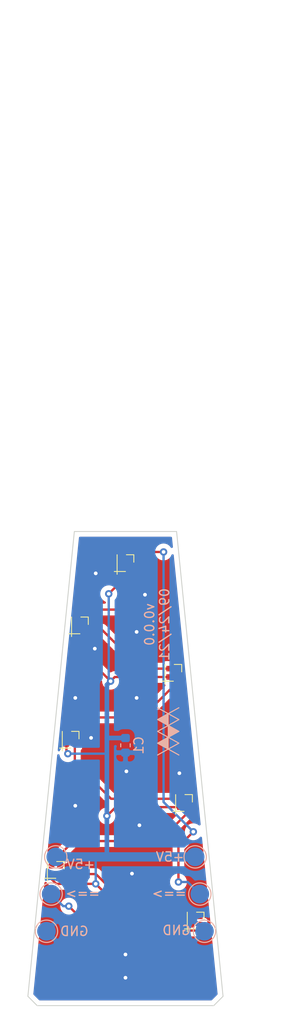
<source format=kicad_pcb>
(kicad_pcb (version 20171130) (host pcbnew "(5.1.6)-1")

  (general
    (thickness 1.6)
    (drawings 17)
    (tracks 96)
    (zones 0)
    (modules 15)
    (nets 11)
  )

  (page A4)
  (layers
    (0 F.Cu signal)
    (31 B.Cu signal)
    (32 B.Adhes user)
    (33 F.Adhes user)
    (34 B.Paste user)
    (35 F.Paste user)
    (36 B.SilkS user)
    (37 F.SilkS user)
    (38 B.Mask user)
    (39 F.Mask user)
    (40 Dwgs.User user)
    (41 Cmts.User user)
    (42 Eco1.User user)
    (43 Eco2.User user)
    (44 Edge.Cuts user)
    (45 Margin user)
    (46 B.CrtYd user)
    (47 F.CrtYd user)
    (48 B.Fab user)
    (49 F.Fab user)
  )

  (setup
    (last_trace_width 0.25)
    (user_trace_width 0.2)
    (user_trace_width 0.5)
    (user_trace_width 1)
    (trace_clearance 0.2)
    (zone_clearance 0.508)
    (zone_45_only no)
    (trace_min 0.2)
    (via_size 0.8)
    (via_drill 0.4)
    (via_min_size 0.4)
    (via_min_drill 0.3)
    (user_via 0.51 0.3)
    (user_via 1 0.5)
    (uvia_size 0.3)
    (uvia_drill 0.1)
    (uvias_allowed no)
    (uvia_min_size 0.2)
    (uvia_min_drill 0.1)
    (edge_width 0.05)
    (segment_width 0.2)
    (pcb_text_width 0.3)
    (pcb_text_size 1.5 1.5)
    (mod_edge_width 0.12)
    (mod_text_size 1 1)
    (mod_text_width 0.15)
    (pad_size 1.524 1.524)
    (pad_drill 0.762)
    (pad_to_mask_clearance 0.05)
    (aux_axis_origin 0 0)
    (visible_elements 7FFFFF7F)
    (pcbplotparams
      (layerselection 0x010fc_ffffffff)
      (usegerberextensions false)
      (usegerberattributes true)
      (usegerberadvancedattributes true)
      (creategerberjobfile true)
      (excludeedgelayer true)
      (linewidth 0.100000)
      (plotframeref false)
      (viasonmask false)
      (mode 1)
      (useauxorigin false)
      (hpglpennumber 1)
      (hpglpenspeed 20)
      (hpglpendiameter 15.000000)
      (psnegative false)
      (psa4output false)
      (plotreference true)
      (plotvalue true)
      (plotinvisibletext false)
      (padsonsilk false)
      (subtractmaskfromsilk false)
      (outputformat 1)
      (mirror false)
      (drillshape 0)
      (scaleselection 1)
      (outputdirectory "gbr/"))
  )

  (net 0 "")
  (net 1 /+5V)
  (net 2 /GND)
  (net 3 "Net-(D1-Pad1)")
  (net 4 "Net-(D2-Pad1)")
  (net 5 "Net-(D3-Pad1)")
  (net 6 "Net-(D4-Pad1)")
  (net 7 "Net-(D5-Pad1)")
  (net 8 "Net-(D6-Pad1)")
  (net 9 /DOUT)
  (net 10 /DIN)

  (net_class Default "This is the default net class."
    (clearance 0.2)
    (trace_width 0.25)
    (via_dia 0.8)
    (via_drill 0.4)
    (uvia_dia 0.3)
    (uvia_drill 0.1)
    (add_net /+5V)
    (add_net /DIN)
    (add_net /DOUT)
    (add_net /GND)
    (add_net "Net-(D1-Pad1)")
    (add_net "Net-(D2-Pad1)")
    (add_net "Net-(D3-Pad1)")
    (add_net "Net-(D4-Pad1)")
    (add_net "Net-(D5-Pad1)")
    (add_net "Net-(D6-Pad1)")
  )

  (module WM_lib:Logo_WM (layer B.Cu) (tedit 5EA02B73) (tstamp 614EE95E)
    (at 45.1 130.5 90)
    (fp_text reference REF** (at 0 2.286 90) (layer B.SilkS) hide
      (effects (font (size 1 1) (thickness 0.15)) (justify mirror))
    )
    (fp_text value Logo_WM (at 0 -2.032 90) (layer B.Fab)
      (effects (font (size 1 1) (thickness 0.15)) (justify mirror))
    )
    (fp_line (start 0 1.143) (end -0.635 0) (layer B.SilkS) (width 0.12))
    (fp_line (start -0.635 0) (end 0 -1.143) (layer B.SilkS) (width 0.12))
    (fp_line (start 0 -1.143) (end 0.635 0) (layer B.SilkS) (width 0.12))
    (fp_line (start 0.635 0) (end 0 1.143) (layer B.SilkS) (width 0.12))
    (fp_line (start 1.905 0) (end 1.27 1.143) (layer B.SilkS) (width 0.12))
    (fp_line (start 1.27 -1.143) (end 1.905 0) (layer B.SilkS) (width 0.12))
    (fp_line (start 0.635 0) (end 1.27 -1.143) (layer B.SilkS) (width 0.12))
    (fp_line (start 1.27 1.143) (end 0.635 0) (layer B.SilkS) (width 0.12))
    (fp_line (start -1.27 -1.143) (end -0.635 0) (layer B.SilkS) (width 0.12))
    (fp_line (start -1.27 1.143) (end -1.905 0) (layer B.SilkS) (width 0.12))
    (fp_line (start -1.905 0) (end -1.27 -1.143) (layer B.SilkS) (width 0.12))
    (fp_line (start -0.635 0) (end -1.27 1.143) (layer B.SilkS) (width 0.12))
    (fp_line (start -1.905 0) (end -2.54 1.143) (layer B.SilkS) (width 0.12))
    (fp_line (start -2.54 -1.143) (end -1.905 0) (layer B.SilkS) (width 0.12))
    (fp_line (start 2.54 1.143) (end 1.905 0) (layer B.SilkS) (width 0.12))
    (fp_line (start 1.905 0) (end 2.54 -1.143) (layer B.SilkS) (width 0.12))
    (fp_poly (pts (xy -1.905 0) (xy -0.635 0) (xy -1.27 -1.143)) (layer B.SilkS) (width 0.1))
    (fp_poly (pts (xy -0.635 0) (xy 0.635 0) (xy 0 1.143)) (layer B.SilkS) (width 0.1))
    (fp_poly (pts (xy 0.635 0) (xy 1.905 0) (xy 1.27 -1.143)) (layer B.SilkS) (width 0.1))
  )

  (module Capacitor_SMD:C_0603_1608Metric (layer B.Cu) (tedit 5B301BBE) (tstamp 614BE6D3)
    (at 40.5 132 90)
    (descr "Capacitor SMD 0603 (1608 Metric), square (rectangular) end terminal, IPC_7351 nominal, (Body size source: http://www.tortai-tech.com/upload/download/2011102023233369053.pdf), generated with kicad-footprint-generator")
    (tags capacitor)
    (path /61507D6F)
    (attr smd)
    (fp_text reference C1 (at 0 1.43 90) (layer B.SilkS)
      (effects (font (size 1 1) (thickness 0.15)) (justify mirror))
    )
    (fp_text value C (at 0 -1.43 90) (layer B.Fab)
      (effects (font (size 1 1) (thickness 0.15)) (justify mirror))
    )
    (fp_line (start -0.8 -0.4) (end -0.8 0.4) (layer B.Fab) (width 0.1))
    (fp_line (start -0.8 0.4) (end 0.8 0.4) (layer B.Fab) (width 0.1))
    (fp_line (start 0.8 0.4) (end 0.8 -0.4) (layer B.Fab) (width 0.1))
    (fp_line (start 0.8 -0.4) (end -0.8 -0.4) (layer B.Fab) (width 0.1))
    (fp_line (start -0.162779 0.51) (end 0.162779 0.51) (layer B.SilkS) (width 0.12))
    (fp_line (start -0.162779 -0.51) (end 0.162779 -0.51) (layer B.SilkS) (width 0.12))
    (fp_line (start -1.48 -0.73) (end -1.48 0.73) (layer B.CrtYd) (width 0.05))
    (fp_line (start -1.48 0.73) (end 1.48 0.73) (layer B.CrtYd) (width 0.05))
    (fp_line (start 1.48 0.73) (end 1.48 -0.73) (layer B.CrtYd) (width 0.05))
    (fp_line (start 1.48 -0.73) (end -1.48 -0.73) (layer B.CrtYd) (width 0.05))
    (fp_text user %R (at 0 0 90) (layer B.Fab)
      (effects (font (size 0.4 0.4) (thickness 0.06)) (justify mirror))
    )
    (pad 2 smd roundrect (at 0.7875 0 90) (size 0.875 0.95) (layers B.Cu B.Paste B.Mask) (roundrect_rratio 0.25)
      (net 1 /+5V))
    (pad 1 smd roundrect (at -0.7875 0 90) (size 0.875 0.95) (layers B.Cu B.Paste B.Mask) (roundrect_rratio 0.25)
      (net 2 /GND))
    (model ${KISYS3DMOD}/Capacitor_SMD.3dshapes/C_0603_1608Metric.wrl
      (at (xyz 0 0 0))
      (scale (xyz 1 1 1))
      (rotate (xyz 0 0 0))
    )
  )

  (module LED_SMD:LED_SK6805_PLCC4_1.5x1.5mm_P0.65mm (layer F.Cu) (tedit 5E888B7E) (tstamp 614BE766)
    (at 48.05 150.85 90)
    (descr https://cdn-shop.adafruit.com/product-files/3484/3484_Datasheet.pdf)
    (tags "LED RGB NeoPixel Nano")
    (path /614F845F)
    (attr smd)
    (fp_text reference D7 (at 0 -2.2 90) (layer F.SilkS) hide
      (effects (font (size 1 1) (thickness 0.15)))
    )
    (fp_text value ARGB (at 0 2.7 90) (layer F.Fab)
      (effects (font (size 1 1) (thickness 0.15)))
    )
    (fp_line (start 0.8 -0.8) (end -0.8 -0.8) (layer F.CrtYd) (width 0.05))
    (fp_line (start 0.8 0.8) (end 0.8 -0.8) (layer F.CrtYd) (width 0.05))
    (fp_line (start -0.8 0.8) (end 0.8 0.8) (layer F.CrtYd) (width 0.05))
    (fp_line (start -0.8 -0.8) (end -0.8 0.8) (layer F.CrtYd) (width 0.05))
    (fp_line (start 0.1 0.9) (end 0.9 0.9) (layer F.SilkS) (width 0.1))
    (fp_line (start 0.9 0.9) (end 0.9 0.1) (layer F.SilkS) (width 0.1))
    (fp_line (start -0.9 0) (end -0.9 -1.2) (layer F.SilkS) (width 0.1))
    (fp_line (start -1.2 -0.9) (end 0.9 -0.9) (layer F.SilkS) (width 0.1))
    (fp_line (start 0.9 -0.45) (end 1.1 -0.65) (layer Cmts.User) (width 0.12))
    (fp_line (start 0.9 -0.45) (end 1.4 -0.45) (layer Cmts.User) (width 0.12))
    (fp_line (start -1.4 0.45) (end -0.9 0.45) (layer Cmts.User) (width 0.12))
    (fp_line (start -1.4 0.45) (end -1.2 0.25) (layer Cmts.User) (width 0.12))
    (fp_text user %R (at 0 0 270) (layer F.Fab)
      (effects (font (size 0.4 0.4) (thickness 0.08)))
    )
    (pad 2 smd rect (at 0.45 0.45 270) (size 0.6 0.6) (layers F.Cu F.Paste F.Mask)
      (net 2 /GND))
    (pad 3 smd rect (at 0.45 -0.45 270) (size 0.6 0.6) (layers F.Cu F.Paste F.Mask)
      (net 8 "Net-(D6-Pad1)"))
    (pad 1 smd rect (at -0.45 0.45 270) (size 0.6 0.6) (layers F.Cu F.Paste F.Mask)
      (net 9 /DOUT))
    (pad 4 smd rect (at -0.45 -0.45 270) (size 0.6 0.6) (layers F.Cu F.Paste F.Mask)
      (net 1 /+5V))
    (model Z:/project/kicad/custom_libs/models/LED.3dshapes/EAST1616RGBA0.IGS
      (at (xyz 0 0 0))
      (scale (xyz 1 1 1))
      (rotate (xyz 0 0 0))
    )
  )

  (module LED_SMD:LED_SK6805_PLCC4_1.5x1.5mm_P0.65mm (layer F.Cu) (tedit 5E888B7E) (tstamp 614BE751)
    (at 33 145.4 90)
    (descr https://cdn-shop.adafruit.com/product-files/3484/3484_Datasheet.pdf)
    (tags "LED RGB NeoPixel Nano")
    (path /614F8458)
    (attr smd)
    (fp_text reference D6 (at 0 -2.2 90) (layer F.SilkS) hide
      (effects (font (size 1 1) (thickness 0.15)))
    )
    (fp_text value ARGB (at 0 2.7 90) (layer F.Fab)
      (effects (font (size 1 1) (thickness 0.15)))
    )
    (fp_line (start 0.8 -0.8) (end -0.8 -0.8) (layer F.CrtYd) (width 0.05))
    (fp_line (start 0.8 0.8) (end 0.8 -0.8) (layer F.CrtYd) (width 0.05))
    (fp_line (start -0.8 0.8) (end 0.8 0.8) (layer F.CrtYd) (width 0.05))
    (fp_line (start -0.8 -0.8) (end -0.8 0.8) (layer F.CrtYd) (width 0.05))
    (fp_line (start 0.1 0.9) (end 0.9 0.9) (layer F.SilkS) (width 0.1))
    (fp_line (start 0.9 0.9) (end 0.9 0.1) (layer F.SilkS) (width 0.1))
    (fp_line (start -0.9 0) (end -0.9 -1.2) (layer F.SilkS) (width 0.1))
    (fp_line (start -1.2 -0.9) (end 0.9 -0.9) (layer F.SilkS) (width 0.1))
    (fp_line (start 0.9 -0.45) (end 1.1 -0.65) (layer Cmts.User) (width 0.12))
    (fp_line (start 0.9 -0.45) (end 1.4 -0.45) (layer Cmts.User) (width 0.12))
    (fp_line (start -1.4 0.45) (end -0.9 0.45) (layer Cmts.User) (width 0.12))
    (fp_line (start -1.4 0.45) (end -1.2 0.25) (layer Cmts.User) (width 0.12))
    (fp_text user %R (at 0 0 90) (layer F.Fab)
      (effects (font (size 0.4 0.4) (thickness 0.08)))
    )
    (pad 2 smd rect (at 0.45 0.45 270) (size 0.6 0.6) (layers F.Cu F.Paste F.Mask)
      (net 2 /GND))
    (pad 3 smd rect (at 0.45 -0.45 270) (size 0.6 0.6) (layers F.Cu F.Paste F.Mask)
      (net 7 "Net-(D5-Pad1)"))
    (pad 1 smd rect (at -0.45 0.45 270) (size 0.6 0.6) (layers F.Cu F.Paste F.Mask)
      (net 8 "Net-(D6-Pad1)"))
    (pad 4 smd rect (at -0.45 -0.45 270) (size 0.6 0.6) (layers F.Cu F.Paste F.Mask)
      (net 1 /+5V))
    (model Z:/project/kicad/custom_libs/models/LED.3dshapes/EAST1616RGBA0.IGS
      (at (xyz 0 0 0))
      (scale (xyz 1 1 1))
      (rotate (xyz 0 0 0))
    )
  )

  (module TestPoint:TestPoint_Pad_D2.0mm (layer B.Cu) (tedit 5A0F774F) (tstamp 614BE7AB)
    (at 49 152)
    (descr "SMD pad as test Point, diameter 2.0mm")
    (tags "test point SMD pad")
    (path /614C5D99)
    (attr virtual)
    (fp_text reference J6 (at 0 1.998) (layer B.SilkS) hide
      (effects (font (size 1 1) (thickness 0.15)) (justify mirror))
    )
    (fp_text value Conn (at 0 -2.05) (layer B.Fab)
      (effects (font (size 1 1) (thickness 0.15)) (justify mirror))
    )
    (fp_circle (center 0 0) (end 1.5 0) (layer B.CrtYd) (width 0.05))
    (fp_circle (center 0 0) (end 0 -1.2) (layer B.SilkS) (width 0.12))
    (fp_text user %R (at 0 2) (layer B.Fab)
      (effects (font (size 1 1) (thickness 0.15)) (justify mirror))
    )
    (pad 1 smd circle (at 0 0) (size 2 2) (layers B.Cu B.Mask)
      (net 2 /GND))
  )

  (module TestPoint:TestPoint_Pad_D2.0mm (layer B.Cu) (tedit 5A0F774F) (tstamp 614BE7A3)
    (at 32 152)
    (descr "SMD pad as test Point, diameter 2.0mm")
    (tags "test point SMD pad")
    (path /614C41F1)
    (attr virtual)
    (fp_text reference J5 (at 0 1.998) (layer B.SilkS) hide
      (effects (font (size 1 1) (thickness 0.15)) (justify mirror))
    )
    (fp_text value Conn (at 0 -2.05) (layer B.Fab)
      (effects (font (size 1 1) (thickness 0.15)) (justify mirror))
    )
    (fp_circle (center 0 0) (end 1.5 0) (layer B.CrtYd) (width 0.05))
    (fp_circle (center 0 0) (end 0 -1.2) (layer B.SilkS) (width 0.12))
    (fp_text user %R (at 0 2) (layer B.Fab)
      (effects (font (size 1 1) (thickness 0.15)) (justify mirror))
    )
    (pad 1 smd circle (at 0 0) (size 2 2) (layers B.Cu B.Mask)
      (net 2 /GND))
  )

  (module TestPoint:TestPoint_Pad_D2.0mm (layer B.Cu) (tedit 5A0F774F) (tstamp 614BE786)
    (at 48.5 148)
    (descr "SMD pad as test Point, diameter 2.0mm")
    (tags "test point SMD pad")
    (path /614C9577)
    (attr virtual)
    (fp_text reference J4 (at 0 1.998) (layer B.SilkS) hide
      (effects (font (size 1 1) (thickness 0.15)) (justify mirror))
    )
    (fp_text value Conn (at 0 -2.05) (layer B.Fab)
      (effects (font (size 1 1) (thickness 0.15)) (justify mirror))
    )
    (fp_circle (center 0 0) (end 1.5 0) (layer B.CrtYd) (width 0.05))
    (fp_circle (center 0 0) (end 0 -1.2) (layer B.SilkS) (width 0.12))
    (fp_text user %R (at 0 2) (layer B.Fab)
      (effects (font (size 1 1) (thickness 0.15)) (justify mirror))
    )
    (pad 1 smd circle (at 0 0) (size 2 2) (layers B.Cu B.Mask)
      (net 10 /DIN))
  )

  (module TestPoint:TestPoint_Pad_D2.0mm (layer B.Cu) (tedit 5A0F774F) (tstamp 614BE77E)
    (at 32.5 148)
    (descr "SMD pad as test Point, diameter 2.0mm")
    (tags "test point SMD pad")
    (path /614C956F)
    (attr virtual)
    (fp_text reference J3 (at 0 1.998) (layer B.SilkS) hide
      (effects (font (size 1 1) (thickness 0.15)) (justify mirror))
    )
    (fp_text value Conn (at 0 -2.05) (layer B.Fab)
      (effects (font (size 1 1) (thickness 0.15)) (justify mirror))
    )
    (fp_circle (center 0 0) (end 1.5 0) (layer B.CrtYd) (width 0.05))
    (fp_circle (center 0 0) (end 0 -1.2) (layer B.SilkS) (width 0.12))
    (fp_text user %R (at 0 2) (layer B.Fab)
      (effects (font (size 1 1) (thickness 0.15)) (justify mirror))
    )
    (pad 1 smd circle (at 0 0) (size 2 2) (layers B.Cu B.Mask)
      (net 9 /DOUT))
  )

  (module TestPoint:TestPoint_Pad_D2.0mm (layer B.Cu) (tedit 5A0F774F) (tstamp 614BE776)
    (at 48 144)
    (descr "SMD pad as test Point, diameter 2.0mm")
    (tags "test point SMD pad")
    (path /614C5D93)
    (attr virtual)
    (fp_text reference J2 (at 0 1.998) (layer B.SilkS) hide
      (effects (font (size 1 1) (thickness 0.15)) (justify mirror))
    )
    (fp_text value Conn (at 0 -2.05) (layer B.Fab)
      (effects (font (size 1 1) (thickness 0.15)) (justify mirror))
    )
    (fp_circle (center 0 0) (end 1.5 0) (layer B.CrtYd) (width 0.05))
    (fp_circle (center 0 0) (end 0 -1.2) (layer B.SilkS) (width 0.12))
    (fp_text user %R (at 0 2) (layer B.Fab)
      (effects (font (size 1 1) (thickness 0.15)) (justify mirror))
    )
    (pad 1 smd circle (at 0 0) (size 2 2) (layers B.Cu B.Mask)
      (net 1 /+5V))
  )

  (module TestPoint:TestPoint_Pad_D2.0mm (layer B.Cu) (tedit 5A0F774F) (tstamp 614BE76E)
    (at 33 144)
    (descr "SMD pad as test Point, diameter 2.0mm")
    (tags "test point SMD pad")
    (path /614C41EB)
    (attr virtual)
    (fp_text reference J1 (at 0 1.998) (layer B.SilkS) hide
      (effects (font (size 1 1) (thickness 0.15)) (justify mirror))
    )
    (fp_text value Conn (at 0 -2.05) (layer B.Fab)
      (effects (font (size 1 1) (thickness 0.15)) (justify mirror))
    )
    (fp_circle (center 0 0) (end 1.5 0) (layer B.CrtYd) (width 0.05))
    (fp_circle (center 0 0) (end 0 -1.2) (layer B.SilkS) (width 0.12))
    (fp_text user %R (at 0 2) (layer B.Fab)
      (effects (font (size 1 1) (thickness 0.15)) (justify mirror))
    )
    (pad 1 smd circle (at 0 0) (size 2 2) (layers B.Cu B.Mask)
      (net 1 /+5V))
  )

  (module LED_SMD:LED_SK6805_PLCC4_1.5x1.5mm_P0.65mm (layer F.Cu) (tedit 5E888B7E) (tstamp 614BE73C)
    (at 46.8 138.2 90)
    (descr https://cdn-shop.adafruit.com/product-files/3484/3484_Datasheet.pdf)
    (tags "LED RGB NeoPixel Nano")
    (path /614F8452)
    (attr smd)
    (fp_text reference D5 (at 0 -2.2 90) (layer F.SilkS) hide
      (effects (font (size 1 1) (thickness 0.15)))
    )
    (fp_text value ARGB (at 0 2.7 90) (layer F.Fab)
      (effects (font (size 1 1) (thickness 0.15)))
    )
    (fp_line (start 0.8 -0.8) (end -0.8 -0.8) (layer F.CrtYd) (width 0.05))
    (fp_line (start 0.8 0.8) (end 0.8 -0.8) (layer F.CrtYd) (width 0.05))
    (fp_line (start -0.8 0.8) (end 0.8 0.8) (layer F.CrtYd) (width 0.05))
    (fp_line (start -0.8 -0.8) (end -0.8 0.8) (layer F.CrtYd) (width 0.05))
    (fp_line (start 0.1 0.9) (end 0.9 0.9) (layer F.SilkS) (width 0.1))
    (fp_line (start 0.9 0.9) (end 0.9 0.1) (layer F.SilkS) (width 0.1))
    (fp_line (start -0.9 0) (end -0.9 -1.2) (layer F.SilkS) (width 0.1))
    (fp_line (start -1.2 -0.9) (end 0.9 -0.9) (layer F.SilkS) (width 0.1))
    (fp_line (start 0.9 -0.45) (end 1.1 -0.65) (layer Cmts.User) (width 0.12))
    (fp_line (start 0.9 -0.45) (end 1.4 -0.45) (layer Cmts.User) (width 0.12))
    (fp_line (start -1.4 0.45) (end -0.9 0.45) (layer Cmts.User) (width 0.12))
    (fp_line (start -1.4 0.45) (end -1.2 0.25) (layer Cmts.User) (width 0.12))
    (fp_text user %R (at 0 0 90) (layer F.Fab)
      (effects (font (size 0.4 0.4) (thickness 0.08)))
    )
    (pad 2 smd rect (at 0.45 0.45 270) (size 0.6 0.6) (layers F.Cu F.Paste F.Mask)
      (net 2 /GND))
    (pad 3 smd rect (at 0.45 -0.45 270) (size 0.6 0.6) (layers F.Cu F.Paste F.Mask)
      (net 6 "Net-(D4-Pad1)"))
    (pad 1 smd rect (at -0.45 0.45 270) (size 0.6 0.6) (layers F.Cu F.Paste F.Mask)
      (net 7 "Net-(D5-Pad1)"))
    (pad 4 smd rect (at -0.45 -0.45 270) (size 0.6 0.6) (layers F.Cu F.Paste F.Mask)
      (net 1 /+5V))
    (model Z:/project/kicad/custom_libs/models/LED.3dshapes/EAST1616RGBA0.IGS
      (at (xyz 0 0 0))
      (scale (xyz 1 1 1))
      (rotate (xyz 0 0 0))
    )
  )

  (module LED_SMD:LED_SK6805_PLCC4_1.5x1.5mm_P0.65mm (layer F.Cu) (tedit 5E888B7E) (tstamp 614BE727)
    (at 34.6 131.4 90)
    (descr https://cdn-shop.adafruit.com/product-files/3484/3484_Datasheet.pdf)
    (tags "LED RGB NeoPixel Nano")
    (path /614F1B77)
    (attr smd)
    (fp_text reference D4 (at 0 -2.2 90) (layer F.SilkS) hide
      (effects (font (size 1 1) (thickness 0.15)))
    )
    (fp_text value ARGB (at 0 2.7 90) (layer F.Fab)
      (effects (font (size 1 1) (thickness 0.15)))
    )
    (fp_line (start 0.8 -0.8) (end -0.8 -0.8) (layer F.CrtYd) (width 0.05))
    (fp_line (start 0.8 0.8) (end 0.8 -0.8) (layer F.CrtYd) (width 0.05))
    (fp_line (start -0.8 0.8) (end 0.8 0.8) (layer F.CrtYd) (width 0.05))
    (fp_line (start -0.8 -0.8) (end -0.8 0.8) (layer F.CrtYd) (width 0.05))
    (fp_line (start 0.1 0.9) (end 0.9 0.9) (layer F.SilkS) (width 0.1))
    (fp_line (start 0.9 0.9) (end 0.9 0.1) (layer F.SilkS) (width 0.1))
    (fp_line (start -0.9 0) (end -0.9 -1.2) (layer F.SilkS) (width 0.1))
    (fp_line (start -1.2 -0.9) (end 0.9 -0.9) (layer F.SilkS) (width 0.1))
    (fp_line (start 0.9 -0.45) (end 1.1 -0.65) (layer Cmts.User) (width 0.12))
    (fp_line (start 0.9 -0.45) (end 1.4 -0.45) (layer Cmts.User) (width 0.12))
    (fp_line (start -1.4 0.45) (end -0.9 0.45) (layer Cmts.User) (width 0.12))
    (fp_line (start -1.4 0.45) (end -1.2 0.25) (layer Cmts.User) (width 0.12))
    (fp_text user %R (at 0 0 90) (layer F.Fab)
      (effects (font (size 0.4 0.4) (thickness 0.08)))
    )
    (pad 2 smd rect (at 0.45 0.45 270) (size 0.6 0.6) (layers F.Cu F.Paste F.Mask)
      (net 2 /GND))
    (pad 3 smd rect (at 0.45 -0.45 270) (size 0.6 0.6) (layers F.Cu F.Paste F.Mask)
      (net 5 "Net-(D3-Pad1)"))
    (pad 1 smd rect (at -0.45 0.45 270) (size 0.6 0.6) (layers F.Cu F.Paste F.Mask)
      (net 6 "Net-(D4-Pad1)"))
    (pad 4 smd rect (at -0.45 -0.45 270) (size 0.6 0.6) (layers F.Cu F.Paste F.Mask)
      (net 1 /+5V))
    (model Z:/project/kicad/custom_libs/models/LED.3dshapes/EAST1616RGBA0.IGS
      (at (xyz 0 0 0))
      (scale (xyz 1 1 1))
      (rotate (xyz 0 0 0))
    )
  )

  (module LED_SMD:LED_SK6805_PLCC4_1.5x1.5mm_P0.65mm (layer F.Cu) (tedit 5E888B7E) (tstamp 614BE712)
    (at 45.65 124.2 90)
    (descr https://cdn-shop.adafruit.com/product-files/3484/3484_Datasheet.pdf)
    (tags "LED RGB NeoPixel Nano")
    (path /614F1B71)
    (attr smd)
    (fp_text reference D3 (at 0 -2.2 90) (layer F.SilkS) hide
      (effects (font (size 1 1) (thickness 0.15)))
    )
    (fp_text value ARGB (at 0 2.7 90) (layer F.Fab)
      (effects (font (size 1 1) (thickness 0.15)))
    )
    (fp_line (start 0.8 -0.8) (end -0.8 -0.8) (layer F.CrtYd) (width 0.05))
    (fp_line (start 0.8 0.8) (end 0.8 -0.8) (layer F.CrtYd) (width 0.05))
    (fp_line (start -0.8 0.8) (end 0.8 0.8) (layer F.CrtYd) (width 0.05))
    (fp_line (start -0.8 -0.8) (end -0.8 0.8) (layer F.CrtYd) (width 0.05))
    (fp_line (start 0.1 0.9) (end 0.9 0.9) (layer F.SilkS) (width 0.1))
    (fp_line (start 0.9 0.9) (end 0.9 0.1) (layer F.SilkS) (width 0.1))
    (fp_line (start -0.9 0) (end -0.9 -1.2) (layer F.SilkS) (width 0.1))
    (fp_line (start -1.2 -0.9) (end 0.9 -0.9) (layer F.SilkS) (width 0.1))
    (fp_line (start 0.9 -0.45) (end 1.1 -0.65) (layer Cmts.User) (width 0.12))
    (fp_line (start 0.9 -0.45) (end 1.4 -0.45) (layer Cmts.User) (width 0.12))
    (fp_line (start -1.4 0.45) (end -0.9 0.45) (layer Cmts.User) (width 0.12))
    (fp_line (start -1.4 0.45) (end -1.2 0.25) (layer Cmts.User) (width 0.12))
    (fp_text user %R (at 0 0 90) (layer F.Fab)
      (effects (font (size 0.4 0.4) (thickness 0.08)))
    )
    (pad 2 smd rect (at 0.45 0.45 270) (size 0.6 0.6) (layers F.Cu F.Paste F.Mask)
      (net 2 /GND))
    (pad 3 smd rect (at 0.45 -0.45 270) (size 0.6 0.6) (layers F.Cu F.Paste F.Mask)
      (net 4 "Net-(D2-Pad1)"))
    (pad 1 smd rect (at -0.45 0.45 270) (size 0.6 0.6) (layers F.Cu F.Paste F.Mask)
      (net 5 "Net-(D3-Pad1)"))
    (pad 4 smd rect (at -0.45 -0.45 270) (size 0.6 0.6) (layers F.Cu F.Paste F.Mask)
      (net 1 /+5V))
    (model Z:/project/kicad/custom_libs/models/LED.3dshapes/EAST1616RGBA0.IGS
      (at (xyz 0 0 0))
      (scale (xyz 1 1 1))
      (rotate (xyz 0 0 0))
    )
  )

  (module LED_SMD:LED_SK6805_PLCC4_1.5x1.5mm_P0.65mm (layer F.Cu) (tedit 5E888B7E) (tstamp 614BE6FD)
    (at 35.6 119.1 90)
    (descr https://cdn-shop.adafruit.com/product-files/3484/3484_Datasheet.pdf)
    (tags "LED RGB NeoPixel Nano")
    (path /614EEBB0)
    (attr smd)
    (fp_text reference D2 (at 0 -2.2 90) (layer F.SilkS) hide
      (effects (font (size 1 1) (thickness 0.15)))
    )
    (fp_text value ARGB (at 0 2.7 90) (layer F.Fab)
      (effects (font (size 1 1) (thickness 0.15)))
    )
    (fp_line (start 0.8 -0.8) (end -0.8 -0.8) (layer F.CrtYd) (width 0.05))
    (fp_line (start 0.8 0.8) (end 0.8 -0.8) (layer F.CrtYd) (width 0.05))
    (fp_line (start -0.8 0.8) (end 0.8 0.8) (layer F.CrtYd) (width 0.05))
    (fp_line (start -0.8 -0.8) (end -0.8 0.8) (layer F.CrtYd) (width 0.05))
    (fp_line (start 0.1 0.9) (end 0.9 0.9) (layer F.SilkS) (width 0.1))
    (fp_line (start 0.9 0.9) (end 0.9 0.1) (layer F.SilkS) (width 0.1))
    (fp_line (start -0.9 0) (end -0.9 -1.2) (layer F.SilkS) (width 0.1))
    (fp_line (start -1.2 -0.9) (end 0.9 -0.9) (layer F.SilkS) (width 0.1))
    (fp_line (start 0.9 -0.45) (end 1.1 -0.65) (layer Cmts.User) (width 0.12))
    (fp_line (start 0.9 -0.45) (end 1.4 -0.45) (layer Cmts.User) (width 0.12))
    (fp_line (start -1.4 0.45) (end -0.9 0.45) (layer Cmts.User) (width 0.12))
    (fp_line (start -1.4 0.45) (end -1.2 0.25) (layer Cmts.User) (width 0.12))
    (fp_text user %R (at 0 0 90) (layer F.Fab)
      (effects (font (size 0.4 0.4) (thickness 0.08)))
    )
    (pad 2 smd rect (at 0.45 0.45 270) (size 0.6 0.6) (layers F.Cu F.Paste F.Mask)
      (net 2 /GND))
    (pad 3 smd rect (at 0.45 -0.45 270) (size 0.6 0.6) (layers F.Cu F.Paste F.Mask)
      (net 3 "Net-(D1-Pad1)"))
    (pad 1 smd rect (at -0.45 0.45 270) (size 0.6 0.6) (layers F.Cu F.Paste F.Mask)
      (net 4 "Net-(D2-Pad1)"))
    (pad 4 smd rect (at -0.45 -0.45 270) (size 0.6 0.6) (layers F.Cu F.Paste F.Mask)
      (net 1 /+5V))
    (model Z:/project/kicad/custom_libs/models/LED.3dshapes/EAST1616RGBA0.IGS
      (at (xyz 0 0 0))
      (scale (xyz 1 1 1))
      (rotate (xyz 0 0 0))
    )
  )

  (module LED_SMD:LED_SK6805_PLCC4_1.5x1.5mm_P0.65mm (layer F.Cu) (tedit 5E888B7E) (tstamp 614BE6E8)
    (at 40.5 112.4 90)
    (descr https://cdn-shop.adafruit.com/product-files/3484/3484_Datasheet.pdf)
    (tags "LED RGB NeoPixel Nano")
    (path /614E6AB7)
    (attr smd)
    (fp_text reference D1 (at 0 -2.2 90) (layer F.SilkS) hide
      (effects (font (size 1 1) (thickness 0.15)))
    )
    (fp_text value ARGB (at 0 2.7 90) (layer F.Fab)
      (effects (font (size 1 1) (thickness 0.15)))
    )
    (fp_line (start 0.8 -0.8) (end -0.8 -0.8) (layer F.CrtYd) (width 0.05))
    (fp_line (start 0.8 0.8) (end 0.8 -0.8) (layer F.CrtYd) (width 0.05))
    (fp_line (start -0.8 0.8) (end 0.8 0.8) (layer F.CrtYd) (width 0.05))
    (fp_line (start -0.8 -0.8) (end -0.8 0.8) (layer F.CrtYd) (width 0.05))
    (fp_line (start 0.1 0.9) (end 0.9 0.9) (layer F.SilkS) (width 0.1))
    (fp_line (start 0.9 0.9) (end 0.9 0.1) (layer F.SilkS) (width 0.1))
    (fp_line (start -0.9 0) (end -0.9 -1.2) (layer F.SilkS) (width 0.1))
    (fp_line (start -1.2 -0.9) (end 0.9 -0.9) (layer F.SilkS) (width 0.1))
    (fp_line (start 0.9 -0.45) (end 1.1 -0.65) (layer Cmts.User) (width 0.12))
    (fp_line (start 0.9 -0.45) (end 1.4 -0.45) (layer Cmts.User) (width 0.12))
    (fp_line (start -1.4 0.45) (end -0.9 0.45) (layer Cmts.User) (width 0.12))
    (fp_line (start -1.4 0.45) (end -1.2 0.25) (layer Cmts.User) (width 0.12))
    (fp_text user %R (at 0 0 90) (layer F.Fab)
      (effects (font (size 0.4 0.4) (thickness 0.08)))
    )
    (pad 2 smd rect (at 0.45 0.45 270) (size 0.6 0.6) (layers F.Cu F.Paste F.Mask)
      (net 2 /GND))
    (pad 3 smd rect (at 0.45 -0.45 270) (size 0.6 0.6) (layers F.Cu F.Paste F.Mask)
      (net 10 /DIN))
    (pad 1 smd rect (at -0.45 0.45 270) (size 0.6 0.6) (layers F.Cu F.Paste F.Mask)
      (net 3 "Net-(D1-Pad1)"))
    (pad 4 smd rect (at -0.45 -0.45 270) (size 0.6 0.6) (layers F.Cu F.Paste F.Mask)
      (net 1 /+5V))
    (model Z:/project/kicad/custom_libs/models/LED.3dshapes/EAST1616RGBA0.IGS
      (at (xyz 0 0 0))
      (scale (xyz 1 1 1))
      (rotate (xyz 0 0 0))
    )
  )

  (gr_text "v0.0.0\n09/24/21" (at 43.9 119 90) (layer B.SilkS)
    (effects (font (size 1 1) (thickness 0.15)) (justify mirror))
  )
  (gr_text ==> (at 45.2 147.9) (layer B.SilkS) (tstamp 614BFF8D)
    (effects (font (size 1 1) (thickness 0.15)) (justify mirror))
  )
  (gr_text ==> (at 35.9 147.9) (layer B.SilkS) (tstamp 614BFF89)
    (effects (font (size 1 1) (thickness 0.15)) (justify mirror))
  )
  (gr_text GND (at 46 151.9) (layer B.SilkS) (tstamp 614BFF89)
    (effects (font (size 1 1) (thickness 0.15)) (justify mirror))
  )
  (gr_text GND (at 35 152) (layer B.SilkS)
    (effects (font (size 1 1) (thickness 0.15)) (justify mirror))
  )
  (gr_text +5V (at 45.3 144) (layer B.SilkS) (tstamp 614BFF76)
    (effects (font (size 1 1) (thickness 0.15)) (justify mirror))
  )
  (gr_text +5V (at 35.7 144.8) (layer B.SilkS)
    (effects (font (size 1 1) (thickness 0.15)) (justify mirror))
  )
  (gr_line (start 40.5 51.9) (end 40.5 160) (layer Cmts.User) (width 0.15))
  (gr_line (start 30 159) (end 31 160) (layer Edge.Cuts) (width 0.1) (tstamp 614BE970))
  (gr_line (start 50 160) (end 51 159) (layer Edge.Cuts) (width 0.1) (tstamp 614BE96F))
  (gr_line (start 35 109) (end 30 159) (layer Edge.Cuts) (width 0.1) (tstamp 614BE95E))
  (gr_line (start 46 109) (end 35 109) (layer Edge.Cuts) (width 0.1))
  (gr_line (start 51 159) (end 46 109) (layer Edge.Cuts) (width 0.1))
  (gr_line (start 31 160) (end 50 160) (layer Edge.Cuts) (width 0.1))
  (gr_line (start 40.5 51.9) (end 30 160) (layer Cmts.User) (width 0.1) (tstamp 614BE93B))
  (gr_line (start 51 160) (end 40.5 51.9) (layer Cmts.User) (width 0.1))
  (gr_line (start 30 160) (end 51 160) (layer Cmts.User) (width 0.1))

  (via (at 38.9 125.1) (size 0.8) (drill 0.4) (layers F.Cu B.Cu) (net 1))
  (segment (start 38.5 125.5) (end 38.9 125.1) (width 0.5) (layer B.Cu) (net 1))
  (segment (start 38.5 144) (end 48 144) (width 1) (layer B.Cu) (net 1))
  (segment (start 39.35 124.65) (end 38.9 125.1) (width 0.25) (layer F.Cu) (net 1))
  (segment (start 45.2 124.65) (end 39.35 124.65) (width 0.25) (layer F.Cu) (net 1))
  (segment (start 35.15 121.35) (end 38.9 125.1) (width 0.25) (layer F.Cu) (net 1))
  (segment (start 35.15 119.55) (end 35.15 121.35) (width 0.25) (layer F.Cu) (net 1))
  (segment (start 38.5125 131.2125) (end 38.5 131.2) (width 0.5) (layer B.Cu) (net 1))
  (segment (start 40.5 131.2125) (end 38.5125 131.2125) (width 0.5) (layer B.Cu) (net 1))
  (segment (start 38.5 131.2) (end 38.5 125.5) (width 0.5) (layer B.Cu) (net 1))
  (via (at 34.3 132.9) (size 0.8) (drill 0.4) (layers F.Cu B.Cu) (net 1))
  (segment (start 34.15 131.85) (end 34.15 132.75) (width 0.25) (layer F.Cu) (net 1))
  (segment (start 34.15 132.75) (end 34.3 132.9) (width 0.25) (layer F.Cu) (net 1))
  (segment (start 34.3 132.9) (end 38.4 132.9) (width 0.25) (layer B.Cu) (net 1))
  (segment (start 38.4 132.9) (end 38.5 133) (width 0.25) (layer B.Cu) (net 1))
  (segment (start 38.5 133) (end 38.5 131.2) (width 0.5) (layer B.Cu) (net 1))
  (segment (start 39.45 138.65) (end 38.5 139.6) (width 0.25) (layer F.Cu) (net 1))
  (segment (start 38.5 144) (end 38.5 139.6) (width 0.5) (layer B.Cu) (net 1))
  (via (at 38.5 139.6) (size 0.8) (drill 0.4) (layers F.Cu B.Cu) (net 1))
  (segment (start 46.35 138.65) (end 39.45 138.65) (width 0.25) (layer F.Cu) (net 1))
  (segment (start 38.5 139.6) (end 38.5 133) (width 0.5) (layer B.Cu) (net 1))
  (via (at 37.3 146.9) (size 0.8) (drill 0.4) (layers F.Cu B.Cu) (net 1))
  (segment (start 33.05 146.9) (end 37.3 146.9) (width 0.25) (layer F.Cu) (net 1))
  (segment (start 32.55 145.85) (end 32.55 146.4) (width 0.25) (layer F.Cu) (net 1))
  (segment (start 32.55 146.4) (end 33.05 146.9) (width 0.25) (layer F.Cu) (net 1))
  (segment (start 33 144) (end 37.3 144) (width 1) (layer B.Cu) (net 1))
  (segment (start 37.3 146.9) (end 37.3 144) (width 0.25) (layer B.Cu) (net 1))
  (segment (start 37.3 144) (end 38.5 144) (width 1) (layer B.Cu) (net 1))
  (segment (start 41.7 151.3) (end 37.3 146.9) (width 0.25) (layer F.Cu) (net 1))
  (segment (start 47.6 151.3) (end 41.7 151.3) (width 0.25) (layer F.Cu) (net 1))
  (via (at 38.7 115.7) (size 0.8) (drill 0.4) (layers F.Cu B.Cu) (net 1))
  (segment (start 40.05 112.85) (end 40.05 114.35) (width 0.25) (layer F.Cu) (net 1))
  (segment (start 40.05 114.35) (end 38.7 115.7) (width 0.25) (layer F.Cu) (net 1))
  (segment (start 38.7 124.9) (end 38.9 125.1) (width 0.25) (layer B.Cu) (net 1))
  (segment (start 38.7 115.7) (end 38.7 124.9) (width 0.25) (layer B.Cu) (net 1))
  (via (at 40.5 154.5) (size 0.8) (drill 0.4) (layers F.Cu B.Cu) (net 2))
  (via (at 40.5 157) (size 0.8) (drill 0.4) (layers F.Cu B.Cu) (net 2))
  (via (at 40.6 134.8) (size 0.8) (drill 0.4) (layers F.Cu B.Cu) (net 2))
  (via (at 42.6 115.8) (size 0.8) (drill 0.4) (layers F.Cu B.Cu) (net 2))
  (via (at 41.7 119.8) (size 0.8) (drill 0.4) (layers F.Cu B.Cu) (net 2))
  (via (at 41.2 145.8) (size 0.8) (drill 0.4) (layers F.Cu B.Cu) (net 2))
  (segment (start 40.95 111.95) (end 41.95 111.95) (width 0.25) (layer F.Cu) (net 2))
  (segment (start 41.95 111.95) (end 42.5 112.5) (width 0.25) (layer F.Cu) (net 2))
  (via (at 41.7 126.9) (size 0.8) (drill 0.4) (layers F.Cu B.Cu) (net 2))
  (via (at 35.1 126.9) (size 0.8) (drill 0.4) (layers F.Cu B.Cu) (net 2))
  (via (at 42 140.6) (size 0.8) (drill 0.4) (layers F.Cu B.Cu) (net 2))
  (via (at 35.1 138.5) (size 0.8) (drill 0.4) (layers F.Cu B.Cu) (net 2))
  (via (at 36.8 131.2) (size 0.8) (drill 0.4) (layers F.Cu B.Cu) (net 2))
  (via (at 37.2 121.6) (size 0.8) (drill 0.4) (layers F.Cu B.Cu) (net 2))
  (via (at 37.3 113.5) (size 0.8) (drill 0.4) (layers F.Cu B.Cu) (net 2))
  (via (at 46.3 135) (size 0.8) (drill 0.4) (layers F.Cu B.Cu) (net 2))
  (segment (start 41.225001 115.151999) (end 41.225001 115.848001) (width 0.25) (layer F.Cu) (net 3))
  (segment (start 41.225001 115.848001) (end 39.673002 117.4) (width 0.25) (layer F.Cu) (net 3))
  (segment (start 40.95 112.85) (end 40.95 114.876998) (width 0.25) (layer F.Cu) (net 3))
  (segment (start 40.95 114.876998) (end 41.225001 115.151999) (width 0.25) (layer F.Cu) (net 3))
  (segment (start 39.673002 117.4) (end 35.85 117.4) (width 0.25) (layer F.Cu) (net 3))
  (segment (start 35.15 118.1) (end 35.15 118.65) (width 0.25) (layer F.Cu) (net 3))
  (segment (start 35.85 117.4) (end 35.15 118.1) (width 0.25) (layer F.Cu) (net 3))
  (segment (start 36.05 119.55) (end 37.95 119.55) (width 0.25) (layer F.Cu) (net 4))
  (segment (start 42.15 123.75) (end 45.2 123.75) (width 0.25) (layer F.Cu) (net 4))
  (segment (start 37.95 119.55) (end 42.15 123.75) (width 0.25) (layer F.Cu) (net 4))
  (segment (start 46.1 125.2) (end 42.3 129) (width 0.25) (layer F.Cu) (net 5))
  (segment (start 46.1 124.65) (end 46.1 125.2) (width 0.25) (layer F.Cu) (net 5))
  (segment (start 34.15 130.4) (end 34.15 130.95) (width 0.25) (layer F.Cu) (net 5))
  (segment (start 42.3 129) (end 35.55 129) (width 0.25) (layer F.Cu) (net 5))
  (segment (start 35.55 129) (end 34.15 130.4) (width 0.25) (layer F.Cu) (net 5))
  (segment (start 35.05 131.85) (end 35.05 133.85) (width 0.25) (layer F.Cu) (net 6))
  (segment (start 38.95 137.75) (end 46.35 137.75) (width 0.25) (layer F.Cu) (net 6))
  (segment (start 35.05 133.85) (end 38.95 137.75) (width 0.25) (layer F.Cu) (net 6))
  (segment (start 47.25 139.2) (end 44.15 142.3) (width 0.25) (layer F.Cu) (net 7))
  (segment (start 47.25 138.65) (end 47.25 139.2) (width 0.25) (layer F.Cu) (net 7))
  (segment (start 44.15 142.3) (end 34.914998 142.3) (width 0.25) (layer F.Cu) (net 7))
  (segment (start 32.55 144.664998) (end 32.55 144.95) (width 0.25) (layer F.Cu) (net 7))
  (segment (start 34.914998 142.3) (end 32.55 144.664998) (width 0.25) (layer F.Cu) (net 7))
  (segment (start 41.873002 150.4) (end 47.6 150.4) (width 0.25) (layer F.Cu) (net 8))
  (segment (start 33.45 145.85) (end 37.323002 145.85) (width 0.25) (layer F.Cu) (net 8))
  (segment (start 37.323002 145.85) (end 41.873002 150.4) (width 0.25) (layer F.Cu) (net 8))
  (segment (start 37.025001 151.925001) (end 34.4 149.3) (width 0.25) (layer F.Cu) (net 9))
  (segment (start 48.424999 151.925001) (end 37.025001 151.925001) (width 0.25) (layer F.Cu) (net 9))
  (segment (start 48.5 151.3) (end 48.5 151.85) (width 0.25) (layer F.Cu) (net 9))
  (via (at 34.4 149.3) (size 0.8) (drill 0.4) (layers F.Cu B.Cu) (net 9))
  (segment (start 48.5 151.85) (end 48.424999 151.925001) (width 0.25) (layer F.Cu) (net 9))
  (segment (start 33.8 149.3) (end 32.5 148) (width 0.25) (layer B.Cu) (net 9))
  (segment (start 34.4 149.3) (end 33.8 149.3) (width 0.25) (layer B.Cu) (net 9))
  (via (at 46.2 146.7) (size 0.8) (drill 0.4) (layers F.Cu B.Cu) (net 10))
  (segment (start 48.5 148) (end 47.2 146.7) (width 0.25) (layer B.Cu) (net 10))
  (segment (start 47.2 146.7) (end 46.2 146.7) (width 0.25) (layer B.Cu) (net 10))
  (segment (start 46.2 146.7) (end 46.2 142.9) (width 0.25) (layer F.Cu) (net 10))
  (via (at 47.8 141.3) (size 0.8) (drill 0.4) (layers F.Cu B.Cu) (net 10))
  (segment (start 46.2 142.9) (end 47.8 141.3) (width 0.25) (layer F.Cu) (net 10))
  (via (at 44.6 111.2) (size 0.8) (drill 0.4) (layers F.Cu B.Cu) (net 10))
  (segment (start 47.8 141.3) (end 44.6 138.1) (width 0.25) (layer B.Cu) (net 10))
  (segment (start 44.6 138.1) (end 44.6 111.2) (width 0.25) (layer B.Cu) (net 10))
  (segment (start 40.05 111.664998) (end 40.05 111.95) (width 0.25) (layer F.Cu) (net 10))
  (segment (start 44.6 111.2) (end 40.514998 111.2) (width 0.25) (layer F.Cu) (net 10))
  (segment (start 40.514998 111.2) (end 40.05 111.664998) (width 0.25) (layer F.Cu) (net 10))

  (zone (net 2) (net_name /GND) (layer F.Cu) (tstamp 614EF2E4) (hatch edge 0.508)
    (connect_pads (clearance 0.508))
    (min_thickness 0.254)
    (fill yes (arc_segments 32) (thermal_gap 0.508) (thermal_bridge_width 0.508))
    (polygon
      (pts
        (xy 58 106) (xy 58 111) (xy 50 113) (xy 53 162) (xy 27 162)
        (xy 31 105)
      )
    )
    (filled_polygon
      (pts
        (xy 48.130477 137.188936) (xy 48.080537 137.095506) (xy 48.001185 136.998815) (xy 47.904494 136.919463) (xy 47.79418 136.860498)
        (xy 47.674482 136.824188) (xy 47.55 136.811928) (xy 47.53575 136.815) (xy 47.377 136.97375) (xy 47.377 137.623)
        (xy 48.02625 137.623) (xy 48.160462 137.488788) (xy 48.461347 140.497636) (xy 48.459774 140.496063) (xy 48.290256 140.382795)
        (xy 48.101898 140.304774) (xy 47.901939 140.265) (xy 47.698061 140.265) (xy 47.498102 140.304774) (xy 47.309744 140.382795)
        (xy 47.140226 140.496063) (xy 46.996063 140.640226) (xy 46.882795 140.809744) (xy 46.804774 140.998102) (xy 46.765 141.198061)
        (xy 46.765 141.260198) (xy 45.688998 142.336201) (xy 45.66 142.359999) (xy 45.636202 142.388997) (xy 45.636201 142.388998)
        (xy 45.565026 142.475724) (xy 45.494454 142.607754) (xy 45.46418 142.707558) (xy 45.459109 142.724277) (xy 45.450998 142.751015)
        (xy 45.436324 142.9) (xy 45.440001 142.937332) (xy 45.44 145.996289) (xy 45.396063 146.040226) (xy 45.282795 146.209744)
        (xy 45.204774 146.398102) (xy 45.165 146.598061) (xy 45.165 146.801939) (xy 45.204774 147.001898) (xy 45.282795 147.190256)
        (xy 45.396063 147.359774) (xy 45.540226 147.503937) (xy 45.709744 147.617205) (xy 45.898102 147.695226) (xy 46.098061 147.735)
        (xy 46.301939 147.735) (xy 46.501898 147.695226) (xy 46.690256 147.617205) (xy 46.859774 147.503937) (xy 47.003937 147.359774)
        (xy 47.117205 147.190256) (xy 47.195226 147.001898) (xy 47.235 146.801939) (xy 47.235 146.598061) (xy 47.195226 146.398102)
        (xy 47.117205 146.209744) (xy 47.003937 146.040226) (xy 46.96 145.996289) (xy 46.96 143.214801) (xy 47.839802 142.335)
        (xy 47.901939 142.335) (xy 48.101898 142.295226) (xy 48.290256 142.217205) (xy 48.459774 142.103937) (xy 48.603937 141.959774)
        (xy 48.607089 141.955057) (xy 49.400934 149.893506) (xy 49.389502 149.85582) (xy 49.330537 149.745506) (xy 49.251185 149.648815)
        (xy 49.154494 149.569463) (xy 49.04418 149.510498) (xy 48.924482 149.474188) (xy 48.8 149.461928) (xy 48.78575 149.465)
        (xy 48.627 149.62375) (xy 48.627 150.273) (xy 49.27625 150.273) (xy 49.424098 150.125152) (xy 50.2861 158.745164)
        (xy 49.716264 159.315) (xy 31.283736 159.315) (xy 30.7139 158.745164) (xy 31.907413 146.810033) (xy 31.915026 146.824276)
        (xy 31.977172 146.9) (xy 32.01 146.940001) (xy 32.038998 146.963799) (xy 32.486196 147.410997) (xy 32.509999 147.440001)
        (xy 32.625724 147.534974) (xy 32.757753 147.605546) (xy 32.901014 147.649003) (xy 33.012667 147.66) (xy 33.012675 147.66)
        (xy 33.05 147.663676) (xy 33.087325 147.66) (xy 36.596289 147.66) (xy 36.640226 147.703937) (xy 36.809744 147.817205)
        (xy 36.998102 147.895226) (xy 37.198061 147.935) (xy 37.260199 147.935) (xy 40.490199 151.165001) (xy 37.339803 151.165001)
        (xy 35.435 149.260199) (xy 35.435 149.198061) (xy 35.395226 148.998102) (xy 35.317205 148.809744) (xy 35.203937 148.640226)
        (xy 35.059774 148.496063) (xy 34.890256 148.382795) (xy 34.701898 148.304774) (xy 34.501939 148.265) (xy 34.298061 148.265)
        (xy 34.098102 148.304774) (xy 33.909744 148.382795) (xy 33.740226 148.496063) (xy 33.596063 148.640226) (xy 33.482795 148.809744)
        (xy 33.404774 148.998102) (xy 33.365 149.198061) (xy 33.365 149.401939) (xy 33.404774 149.601898) (xy 33.482795 149.790256)
        (xy 33.596063 149.959774) (xy 33.740226 150.103937) (xy 33.909744 150.217205) (xy 34.098102 150.295226) (xy 34.298061 150.335)
        (xy 34.360199 150.335) (xy 36.461202 152.436004) (xy 36.485 152.465002) (xy 36.513998 152.4888) (xy 36.600724 152.559975)
        (xy 36.67374 152.599003) (xy 36.732754 152.630547) (xy 36.876015 152.674004) (xy 36.987668 152.685001) (xy 36.987678 152.685001)
        (xy 37.025 152.688677) (xy 37.062323 152.685001) (xy 48.387677 152.685001) (xy 48.424999 152.688677) (xy 48.462321 152.685001)
        (xy 48.462332 152.685001) (xy 48.573985 152.674004) (xy 48.717246 152.630547) (xy 48.849275 152.559975) (xy 48.965 152.465002)
        (xy 48.988801 152.436001) (xy 49.011001 152.413801) (xy 49.040001 152.390001) (xy 49.134974 152.274276) (xy 49.205546 152.142247)
        (xy 49.227197 152.070871) (xy 49.251185 152.051185) (xy 49.330537 151.954494) (xy 49.389502 151.84418) (xy 49.425812 151.724482)
        (xy 49.438072 151.6) (xy 49.438072 151) (xy 49.425812 150.875518) (xy 49.418071 150.85) (xy 49.425812 150.824482)
        (xy 49.438072 150.7) (xy 49.435 150.68575) (xy 49.27625 150.527) (xy 49.224603 150.527) (xy 49.154494 150.469463)
        (xy 49.04418 150.410498) (xy 48.924482 150.374188) (xy 48.8 150.361928) (xy 48.538072 150.361928) (xy 48.538072 150.1)
        (xy 48.525812 149.975518) (xy 48.489502 149.85582) (xy 48.430537 149.745506) (xy 48.373 149.675397) (xy 48.373 149.62375)
        (xy 48.21425 149.465) (xy 48.2 149.461928) (xy 48.075518 149.474188) (xy 48.05 149.481929) (xy 48.024482 149.474188)
        (xy 47.9 149.461928) (xy 47.3 149.461928) (xy 47.175518 149.474188) (xy 47.05582 149.510498) (xy 46.945506 149.569463)
        (xy 46.859556 149.64) (xy 42.187804 149.64) (xy 37.886806 145.339003) (xy 37.863003 145.309999) (xy 37.747278 145.215026)
        (xy 37.615249 145.144454) (xy 37.471988 145.100997) (xy 37.360335 145.09) (xy 37.360324 145.09) (xy 37.323002 145.086324)
        (xy 37.28568 145.09) (xy 34.23925 145.09) (xy 34.22625 145.077) (xy 34.174603 145.077) (xy 34.104494 145.019463)
        (xy 33.99418 144.960498) (xy 33.874482 144.924188) (xy 33.75 144.911928) (xy 33.488072 144.911928) (xy 33.488072 144.803)
        (xy 33.577 144.803) (xy 33.577 144.823) (xy 34.22625 144.823) (xy 34.385 144.66425) (xy 34.388072 144.65)
        (xy 34.375812 144.525518) (xy 34.339502 144.40582) (xy 34.280537 144.295506) (xy 34.201185 144.198815) (xy 34.140658 144.149142)
        (xy 35.2298 143.06) (xy 44.112678 143.06) (xy 44.15 143.063676) (xy 44.187322 143.06) (xy 44.187333 143.06)
        (xy 44.298986 143.049003) (xy 44.442247 143.005546) (xy 44.574276 142.934974) (xy 44.690001 142.840001) (xy 44.713804 142.810997)
        (xy 47.761003 139.763799) (xy 47.790001 139.740001) (xy 47.821238 139.701939) (xy 47.884974 139.624277) (xy 47.955546 139.492247)
        (xy 47.977197 139.420872) (xy 48.001185 139.401185) (xy 48.080537 139.304494) (xy 48.139502 139.19418) (xy 48.175812 139.074482)
        (xy 48.188072 138.95) (xy 48.188072 138.35) (xy 48.175812 138.225518) (xy 48.168071 138.2) (xy 48.175812 138.174482)
        (xy 48.188072 138.05) (xy 48.185 138.03575) (xy 48.02625 137.877) (xy 47.974603 137.877) (xy 47.904494 137.819463)
        (xy 47.79418 137.760498) (xy 47.674482 137.724188) (xy 47.55 137.711928) (xy 47.288072 137.711928) (xy 47.288072 137.45)
        (xy 47.275812 137.325518) (xy 47.239502 137.20582) (xy 47.180537 137.095506) (xy 47.123 137.025397) (xy 47.123 136.97375)
        (xy 46.96425 136.815) (xy 46.95 136.811928) (xy 46.825518 136.824188) (xy 46.8 136.831929) (xy 46.774482 136.824188)
        (xy 46.65 136.811928) (xy 46.05 136.811928) (xy 45.925518 136.824188) (xy 45.80582 136.860498) (xy 45.695506 136.919463)
        (xy 45.609556 136.99) (xy 39.264802 136.99) (xy 35.81 133.535199) (xy 35.81 132.590444) (xy 35.880537 132.504494)
        (xy 35.939502 132.39418) (xy 35.975812 132.274482) (xy 35.988072 132.15) (xy 35.988072 131.55) (xy 35.975812 131.425518)
        (xy 35.968071 131.4) (xy 35.975812 131.374482) (xy 35.988072 131.25) (xy 35.985 131.23575) (xy 35.82625 131.077)
        (xy 35.774603 131.077) (xy 35.704494 131.019463) (xy 35.59418 130.960498) (xy 35.474482 130.924188) (xy 35.35 130.911928)
        (xy 35.088072 130.911928) (xy 35.088072 130.803) (xy 35.177 130.803) (xy 35.177 130.823) (xy 35.82625 130.823)
        (xy 35.985 130.66425) (xy 35.988072 130.65) (xy 35.975812 130.525518) (xy 35.939502 130.40582) (xy 35.880537 130.295506)
        (xy 35.801185 130.198815) (xy 35.704494 130.119463) (xy 35.59418 130.060498) (xy 35.571257 130.053544) (xy 35.864802 129.76)
        (xy 42.262678 129.76) (xy 42.3 129.763676) (xy 42.337322 129.76) (xy 42.337333 129.76) (xy 42.448986 129.749003)
        (xy 42.592247 129.705546) (xy 42.724276 129.634974) (xy 42.840001 129.540001) (xy 42.863804 129.510997) (xy 46.611003 125.763799)
        (xy 46.640001 125.740001) (xy 46.734974 125.624276) (xy 46.805546 125.492247) (xy 46.827197 125.420871) (xy 46.851185 125.401185)
        (xy 46.930537 125.304494) (xy 46.940221 125.286376)
      )
    )
    (filled_polygon
      (pts
        (xy 33.304774 133.201898) (xy 33.382795 133.390256) (xy 33.496063 133.559774) (xy 33.640226 133.703937) (xy 33.809744 133.817205)
        (xy 33.998102 133.895226) (xy 34.198061 133.935) (xy 34.294696 133.935) (xy 34.300998 133.998985) (xy 34.344454 134.142246)
        (xy 34.415026 134.274276) (xy 34.486201 134.361002) (xy 34.51 134.390001) (xy 34.538998 134.413799) (xy 38.386201 138.261003)
        (xy 38.409999 138.290001) (xy 38.438997 138.313799) (xy 38.525723 138.384974) (xy 38.60034 138.424858) (xy 38.460198 138.565)
        (xy 38.398061 138.565) (xy 38.198102 138.604774) (xy 38.009744 138.682795) (xy 37.840226 138.796063) (xy 37.696063 138.940226)
        (xy 37.582795 139.109744) (xy 37.504774 139.298102) (xy 37.465 139.498061) (xy 37.465 139.701939) (xy 37.504774 139.901898)
        (xy 37.582795 140.090256) (xy 37.696063 140.259774) (xy 37.840226 140.403937) (xy 38.009744 140.517205) (xy 38.198102 140.595226)
        (xy 38.398061 140.635) (xy 38.601939 140.635) (xy 38.801898 140.595226) (xy 38.990256 140.517205) (xy 39.159774 140.403937)
        (xy 39.303937 140.259774) (xy 39.417205 140.090256) (xy 39.495226 139.901898) (xy 39.535 139.701939) (xy 39.535 139.639802)
        (xy 39.764802 139.41) (xy 45.609556 139.41) (xy 45.695506 139.480537) (xy 45.80582 139.539502) (xy 45.828743 139.546456)
        (xy 43.835199 141.54) (xy 34.95232 141.54) (xy 34.914997 141.536324) (xy 34.877674 141.54) (xy 34.877665 141.54)
        (xy 34.766012 141.550997) (xy 34.622751 141.594454) (xy 34.490722 141.665026) (xy 34.374997 141.759999) (xy 34.351199 141.788997)
        (xy 32.193774 143.946423) (xy 33.280453 133.079628)
      )
    )
    (filled_polygon
      (pts
        (xy 34.444454 121.642246) (xy 34.515026 121.774276) (xy 34.586201 121.861002) (xy 34.61 121.890001) (xy 34.638998 121.913799)
        (xy 37.865 125.139802) (xy 37.865 125.201939) (xy 37.904774 125.401898) (xy 37.982795 125.590256) (xy 38.096063 125.759774)
        (xy 38.240226 125.903937) (xy 38.409744 126.017205) (xy 38.598102 126.095226) (xy 38.798061 126.135) (xy 39.001939 126.135)
        (xy 39.201898 126.095226) (xy 39.390256 126.017205) (xy 39.559774 125.903937) (xy 39.703937 125.759774) (xy 39.817205 125.590256)
        (xy 39.89187 125.41) (xy 44.459556 125.41) (xy 44.545506 125.480537) (xy 44.65582 125.539502) (xy 44.678743 125.546456)
        (xy 41.985199 128.24) (xy 35.587322 128.24) (xy 35.55 128.236324) (xy 35.512677 128.24) (xy 35.512667 128.24)
        (xy 35.401014 128.250997) (xy 35.257753 128.294454) (xy 35.125723 128.365026) (xy 35.042083 128.433668) (xy 35.009999 128.459999)
        (xy 34.986201 128.488997) (xy 33.639003 129.836196) (xy 33.609999 129.859999) (xy 33.601364 129.870521) (xy 34.429215 121.592008)
      )
    )
    (filled_polygon
      (pts
        (xy 41.215198 123.89) (xy 39.387322 123.89) (xy 39.349999 123.886324) (xy 39.312676 123.89) (xy 39.312667 123.89)
        (xy 39.201014 123.900997) (xy 39.057753 123.944454) (xy 38.925723 124.015026) (xy 38.906008 124.031206) (xy 35.91 121.035199)
        (xy 35.91 120.488072) (xy 36.35 120.488072) (xy 36.474482 120.475812) (xy 36.59418 120.439502) (xy 36.704494 120.380537)
        (xy 36.790444 120.31) (xy 37.635199 120.31)
      )
    )
    (filled_polygon
      (pts
        (xy 46.700652 122.890683) (xy 46.64418 122.860498) (xy 46.524482 122.824188) (xy 46.4 122.811928) (xy 46.38575 122.815)
        (xy 46.227 122.97375) (xy 46.227 123.623) (xy 46.247 123.623) (xy 46.247 123.711928) (xy 46.138072 123.711928)
        (xy 46.138072 123.45) (xy 46.125812 123.325518) (xy 46.089502 123.20582) (xy 46.030537 123.095506) (xy 45.973 123.025397)
        (xy 45.973 122.97375) (xy 45.81425 122.815) (xy 45.8 122.811928) (xy 45.675518 122.824188) (xy 45.65 122.831929)
        (xy 45.624482 122.824188) (xy 45.5 122.811928) (xy 44.9 122.811928) (xy 44.775518 122.824188) (xy 44.65582 122.860498)
        (xy 44.545506 122.919463) (xy 44.459556 122.99) (xy 42.464802 122.99) (xy 38.513804 119.039003) (xy 38.490001 119.009999)
        (xy 38.374276 118.915026) (xy 38.242247 118.844454) (xy 38.098986 118.800997) (xy 37.987333 118.79) (xy 37.987322 118.79)
        (xy 37.95 118.786324) (xy 37.912678 118.79) (xy 36.83925 118.79) (xy 36.82625 118.777) (xy 36.774603 118.777)
        (xy 36.704494 118.719463) (xy 36.59418 118.660498) (xy 36.474482 118.624188) (xy 36.35 118.611928) (xy 36.088072 118.611928)
        (xy 36.088072 118.503) (xy 36.177 118.503) (xy 36.177 118.523) (xy 36.82625 118.523) (xy 36.985 118.36425)
        (xy 36.988072 118.35) (xy 36.975812 118.225518) (xy 36.955937 118.16) (xy 39.63568 118.16) (xy 39.673002 118.163676)
        (xy 39.710324 118.16) (xy 39.710335 118.16) (xy 39.821988 118.149003) (xy 39.965249 118.105546) (xy 40.097278 118.034974)
        (xy 40.213003 117.940001) (xy 40.236806 117.910997) (xy 41.736004 116.4118) (xy 41.765002 116.388002) (xy 41.808521 116.334974)
        (xy 41.859975 116.272278) (xy 41.930547 116.140248) (xy 41.972514 116.001898) (xy 41.974004 115.996987) (xy 41.985001 115.885334)
        (xy 41.985001 115.885325) (xy 41.988677 115.848002) (xy 41.985001 115.810679) (xy 41.985001 115.189321) (xy 41.988677 115.151998)
        (xy 41.985001 115.114675) (xy 41.985001 115.114666) (xy 41.974004 115.003013) (xy 41.930547 114.859752) (xy 41.859975 114.727723)
        (xy 41.765002 114.611998) (xy 41.735999 114.588196) (xy 41.71 114.562197) (xy 41.71 113.590444) (xy 41.780537 113.504494)
        (xy 41.839502 113.39418) (xy 41.875812 113.274482) (xy 41.888072 113.15) (xy 41.888072 112.55) (xy 41.875812 112.425518)
        (xy 41.868071 112.4) (xy 41.875812 112.374482) (xy 41.888072 112.25) (xy 41.885 112.23575) (xy 41.726252 112.077002)
        (xy 41.885 112.077002) (xy 41.885 111.96) (xy 43.896289 111.96) (xy 43.940226 112.003937) (xy 44.109744 112.117205)
        (xy 44.298102 112.195226) (xy 44.498061 112.235) (xy 44.701939 112.235) (xy 44.901898 112.195226) (xy 45.090256 112.117205)
        (xy 45.259774 112.003937) (xy 45.403937 111.859774) (xy 45.517205 111.690256) (xy 45.568279 111.566953)
      )
    )
    (filled_polygon
      (pts
        (xy 45.476461 110.648765) (xy 45.403937 110.540226) (xy 45.259774 110.396063) (xy 45.090256 110.282795) (xy 44.901898 110.204774)
        (xy 44.701939 110.165) (xy 44.498061 110.165) (xy 44.298102 110.204774) (xy 44.109744 110.282795) (xy 43.940226 110.396063)
        (xy 43.896289 110.44) (xy 40.55232 110.44) (xy 40.514997 110.436324) (xy 40.477674 110.44) (xy 40.477665 110.44)
        (xy 40.366012 110.450997) (xy 40.222751 110.494454) (xy 40.090722 110.565026) (xy 39.974997 110.659999) (xy 39.951198 110.688998)
        (xy 39.611868 111.028329) (xy 39.50582 111.060498) (xy 39.395506 111.119463) (xy 39.298815 111.198815) (xy 39.219463 111.295506)
        (xy 39.160498 111.40582) (xy 39.124188 111.525518) (xy 39.111928 111.65) (xy 39.111928 112.25) (xy 39.124188 112.374482)
        (xy 39.131929 112.4) (xy 39.124188 112.425518) (xy 39.111928 112.55) (xy 39.111928 113.15) (xy 39.124188 113.274482)
        (xy 39.160498 113.39418) (xy 39.219463 113.504494) (xy 39.29 113.590444) (xy 39.290001 114.035197) (xy 38.660199 114.665)
        (xy 38.598061 114.665) (xy 38.398102 114.704774) (xy 38.209744 114.782795) (xy 38.040226 114.896063) (xy 37.896063 115.040226)
        (xy 37.782795 115.209744) (xy 37.704774 115.398102) (xy 37.665 115.598061) (xy 37.665 115.801939) (xy 37.704774 116.001898)
        (xy 37.782795 116.190256) (xy 37.896063 116.359774) (xy 38.040226 116.503937) (xy 38.209744 116.617205) (xy 38.264776 116.64)
        (xy 35.887322 116.64) (xy 35.849999 116.636324) (xy 35.812676 116.64) (xy 35.812667 116.64) (xy 35.701014 116.650997)
        (xy 35.557753 116.694454) (xy 35.425724 116.765026) (xy 35.425722 116.765027) (xy 35.425723 116.765027) (xy 35.338996 116.836201)
        (xy 35.338992 116.836205) (xy 35.309999 116.859999) (xy 35.286205 116.888992) (xy 34.856551 117.318647) (xy 35.619916 109.685)
        (xy 45.380084 109.685)
      )
    )
  )
  (zone (net 2) (net_name /GND) (layer B.Cu) (tstamp 614EF2E1) (hatch edge 0.508)
    (connect_pads (clearance 0.508))
    (min_thickness 0.254)
    (fill yes (arc_segments 32) (thermal_gap 0.508) (thermal_bridge_width 0.508))
    (polygon
      (pts
        (xy 51 113) (xy 58 114) (xy 58 119) (xy 50 122) (xy 53 162)
        (xy 27 162) (xy 32 107) (xy 47 106)
      )
    )
    (filled_polygon
      (pts
        (xy 36.54 146.196289) (xy 36.496063 146.240226) (xy 36.382795 146.409744) (xy 36.304774 146.598102) (xy 36.265 146.798061)
        (xy 36.265 147.001939) (xy 36.304774 147.201898) (xy 36.382795 147.390256) (xy 36.496063 147.559774) (xy 36.640226 147.703937)
        (xy 36.809744 147.817205) (xy 36.998102 147.895226) (xy 37.198061 147.935) (xy 37.401939 147.935) (xy 37.601898 147.895226)
        (xy 37.790256 147.817205) (xy 37.959774 147.703937) (xy 38.103937 147.559774) (xy 38.217205 147.390256) (xy 38.295226 147.201898)
        (xy 38.335 147.001939) (xy 38.335 146.798061) (xy 38.295226 146.598102) (xy 38.217205 146.409744) (xy 38.103937 146.240226)
        (xy 38.06 146.196289) (xy 38.06 145.135) (xy 46.822761 145.135) (xy 46.957748 145.269987) (xy 47.225537 145.448918)
        (xy 47.523088 145.572168) (xy 47.838967 145.635) (xy 48.161033 145.635) (xy 48.476912 145.572168) (xy 48.774463 145.448918)
        (xy 48.945075 145.334919) (xy 49.057713 146.461301) (xy 48.976912 146.427832) (xy 48.661033 146.365) (xy 48.338967 146.365)
        (xy 48.023088 146.427832) (xy 48.008624 146.433823) (xy 47.763804 146.189003) (xy 47.740001 146.159999) (xy 47.624276 146.065026)
        (xy 47.492247 145.994454) (xy 47.348986 145.950997) (xy 47.237333 145.94) (xy 47.237322 145.94) (xy 47.2 145.936324)
        (xy 47.162678 145.94) (xy 46.903711 145.94) (xy 46.859774 145.896063) (xy 46.690256 145.782795) (xy 46.501898 145.704774)
        (xy 46.301939 145.665) (xy 46.098061 145.665) (xy 45.898102 145.704774) (xy 45.709744 145.782795) (xy 45.540226 145.896063)
        (xy 45.396063 146.040226) (xy 45.282795 146.209744) (xy 45.204774 146.398102) (xy 45.165 146.598061) (xy 45.165 146.801939)
        (xy 45.204774 147.001898) (xy 45.282795 147.190256) (xy 45.396063 147.359774) (xy 45.540226 147.503937) (xy 45.709744 147.617205)
        (xy 45.898102 147.695226) (xy 46.098061 147.735) (xy 46.301939 147.735) (xy 46.501898 147.695226) (xy 46.690256 147.617205)
        (xy 46.859774 147.503937) (xy 46.894455 147.469256) (xy 46.933823 147.508624) (xy 46.927832 147.523088) (xy 46.865 147.838967)
        (xy 46.865 148.161033) (xy 46.927832 148.476912) (xy 47.051082 148.774463) (xy 47.230013 149.042252) (xy 47.457748 149.269987)
        (xy 47.725537 149.448918) (xy 48.023088 149.572168) (xy 48.338967 149.635) (xy 48.661033 149.635) (xy 48.976912 149.572168)
        (xy 49.274463 149.448918) (xy 49.351338 149.397551) (xy 49.454473 150.428894) (xy 49.258892 150.377616) (xy 48.937405 150.358282)
        (xy 48.618325 150.402039) (xy 48.313912 150.507205) (xy 48.139956 150.600186) (xy 48.044192 150.864587) (xy 49 151.820395)
        (xy 49.014143 151.806253) (xy 49.193748 151.985858) (xy 49.179605 152) (xy 49.193748 152.014143) (xy 49.014143 152.193748)
        (xy 49 152.179605) (xy 48.044192 153.135413) (xy 48.139956 153.399814) (xy 48.429571 153.540704) (xy 48.741108 153.622384)
        (xy 49.062595 153.641718) (xy 49.381675 153.597961) (xy 49.686088 153.492795) (xy 49.757069 153.454855) (xy 50.2861 158.745164)
        (xy 49.716264 159.315) (xy 31.283736 159.315) (xy 30.7139 158.745164) (xy 31.243402 153.450138) (xy 31.429571 153.540704)
        (xy 31.741108 153.622384) (xy 32.062595 153.641718) (xy 32.381675 153.597961) (xy 32.686088 153.492795) (xy 32.860044 153.399814)
        (xy 32.955808 153.135413) (xy 32 152.179605) (xy 31.985858 152.193748) (xy 31.806253 152.014143) (xy 31.820395 152)
        (xy 32.179605 152) (xy 33.135413 152.955808) (xy 33.399814 152.860044) (xy 33.540704 152.570429) (xy 33.622384 152.258892)
        (xy 33.634189 152.062595) (xy 47.358282 152.062595) (xy 47.402039 152.381675) (xy 47.507205 152.686088) (xy 47.600186 152.860044)
        (xy 47.864587 152.955808) (xy 48.820395 152) (xy 47.864587 151.044192) (xy 47.600186 151.139956) (xy 47.459296 151.429571)
        (xy 47.377616 151.741108) (xy 47.358282 152.062595) (xy 33.634189 152.062595) (xy 33.641718 151.937405) (xy 33.597961 151.618325)
        (xy 33.492795 151.313912) (xy 33.399814 151.139956) (xy 33.135413 151.044192) (xy 32.179605 152) (xy 31.820395 152)
        (xy 31.806253 151.985858) (xy 31.985858 151.806253) (xy 32 151.820395) (xy 32.955808 150.864587) (xy 32.860044 150.600186)
        (xy 32.570429 150.459296) (xy 32.258892 150.377616) (xy 31.937405 150.358282) (xy 31.618325 150.402039) (xy 31.545703 150.427128)
        (xy 31.648661 149.397551) (xy 31.725537 149.448918) (xy 32.023088 149.572168) (xy 32.338967 149.635) (xy 32.661033 149.635)
        (xy 32.976912 149.572168) (xy 32.991375 149.566177) (xy 33.236201 149.811003) (xy 33.259999 149.840001) (xy 33.375724 149.934974)
        (xy 33.507753 150.005546) (xy 33.651014 150.049003) (xy 33.689037 150.052748) (xy 33.740226 150.103937) (xy 33.909744 150.217205)
        (xy 34.098102 150.295226) (xy 34.298061 150.335) (xy 34.501939 150.335) (xy 34.701898 150.295226) (xy 34.890256 150.217205)
        (xy 35.059774 150.103937) (xy 35.203937 149.959774) (xy 35.317205 149.790256) (xy 35.395226 149.601898) (xy 35.435 149.401939)
        (xy 35.435 149.198061) (xy 35.395226 148.998102) (xy 35.317205 148.809744) (xy 35.203937 148.640226) (xy 35.059774 148.496063)
        (xy 34.890256 148.382795) (xy 34.701898 148.304774) (xy 34.501939 148.265) (xy 34.298061 148.265) (xy 34.10675 148.303054)
        (xy 34.135 148.161033) (xy 34.135 147.838967) (xy 34.072168 147.523088) (xy 33.948918 147.225537) (xy 33.769987 146.957748)
        (xy 33.542252 146.730013) (xy 33.274463 146.551082) (xy 32.976912 146.427832) (xy 32.661033 146.365) (xy 32.338967 146.365)
        (xy 32.023088 146.427832) (xy 31.942286 146.461301) (xy 32.054924 145.334918) (xy 32.225537 145.448918) (xy 32.523088 145.572168)
        (xy 32.838967 145.635) (xy 33.161033 145.635) (xy 33.476912 145.572168) (xy 33.774463 145.448918) (xy 34.042252 145.269987)
        (xy 34.177239 145.135) (xy 36.540001 145.135)
      )
    )
    (filled_polygon
      (pts
        (xy 45.476461 110.648765) (xy 45.403937 110.540226) (xy 45.259774 110.396063) (xy 45.090256 110.282795) (xy 44.901898 110.204774)
        (xy 44.701939 110.165) (xy 44.498061 110.165) (xy 44.298102 110.204774) (xy 44.109744 110.282795) (xy 43.940226 110.396063)
        (xy 43.796063 110.540226) (xy 43.682795 110.709744) (xy 43.604774 110.898102) (xy 43.565 111.098061) (xy 43.565 111.301939)
        (xy 43.604774 111.501898) (xy 43.682795 111.690256) (xy 43.796063 111.859774) (xy 43.840001 111.903712) (xy 43.84 138.062678)
        (xy 43.836324 138.1) (xy 43.84 138.137322) (xy 43.84 138.137332) (xy 43.850997 138.248985) (xy 43.894454 138.392246)
        (xy 43.965026 138.524276) (xy 43.998448 138.565) (xy 44.059999 138.640001) (xy 44.089003 138.663804) (xy 46.765 141.339803)
        (xy 46.765 141.401939) (xy 46.804774 141.601898) (xy 46.882795 141.790256) (xy 46.996063 141.959774) (xy 47.140226 142.103937)
        (xy 47.309744 142.217205) (xy 47.498102 142.295226) (xy 47.698061 142.335) (xy 47.901939 142.335) (xy 48.101898 142.295226)
        (xy 48.290256 142.217205) (xy 48.459774 142.103937) (xy 48.603937 141.959774) (xy 48.607089 141.955057) (xy 48.662035 142.504513)
        (xy 48.476912 142.427832) (xy 48.161033 142.365) (xy 47.838967 142.365) (xy 47.523088 142.427832) (xy 47.225537 142.551082)
        (xy 46.957748 142.730013) (xy 46.822761 142.865) (xy 39.385 142.865) (xy 39.385 140.138454) (xy 39.417205 140.090256)
        (xy 39.495226 139.901898) (xy 39.535 139.701939) (xy 39.535 139.498061) (xy 39.495226 139.298102) (xy 39.417205 139.109744)
        (xy 39.385 139.061546) (xy 39.385 133.225) (xy 39.386928 133.225) (xy 39.399188 133.349482) (xy 39.435498 133.46918)
        (xy 39.494463 133.579494) (xy 39.573815 133.676185) (xy 39.670506 133.755537) (xy 39.78082 133.814502) (xy 39.900518 133.850812)
        (xy 40.025 133.863072) (xy 40.21425 133.86) (xy 40.373 133.70125) (xy 40.373 132.9145) (xy 40.627 132.9145)
        (xy 40.627 133.70125) (xy 40.78575 133.86) (xy 40.975 133.863072) (xy 41.099482 133.850812) (xy 41.21918 133.814502)
        (xy 41.329494 133.755537) (xy 41.426185 133.676185) (xy 41.505537 133.579494) (xy 41.564502 133.46918) (xy 41.600812 133.349482)
        (xy 41.613072 133.225) (xy 41.61 133.07325) (xy 41.45125 132.9145) (xy 40.627 132.9145) (xy 40.373 132.9145)
        (xy 39.54875 132.9145) (xy 39.39 133.07325) (xy 39.386928 133.225) (xy 39.385 133.225) (xy 39.385 132.0975)
        (xy 39.439945 132.0975) (xy 39.435498 132.10582) (xy 39.399188 132.225518) (xy 39.386928 132.35) (xy 39.39 132.50175)
        (xy 39.54875 132.6605) (xy 40.373 132.6605) (xy 40.373 132.6405) (xy 40.627 132.6405) (xy 40.627 132.6605)
        (xy 41.45125 132.6605) (xy 41.61 132.50175) (xy 41.613072 132.35) (xy 41.600812 132.225518) (xy 41.564502 132.10582)
        (xy 41.505537 131.995506) (xy 41.4509 131.92893) (xy 41.468671 131.907275) (xy 41.54785 131.759142) (xy 41.596608 131.598408)
        (xy 41.613072 131.43125) (xy 41.613072 130.99375) (xy 41.596608 130.826592) (xy 41.54785 130.665858) (xy 41.468671 130.517725)
        (xy 41.362115 130.387885) (xy 41.232275 130.281329) (xy 41.084142 130.20215) (xy 40.923408 130.153392) (xy 40.75625 130.136928)
        (xy 40.24375 130.136928) (xy 40.076592 130.153392) (xy 39.915858 130.20215) (xy 39.767725 130.281329) (xy 39.711465 130.3275)
        (xy 39.385 130.3275) (xy 39.385 126.019382) (xy 39.390256 126.017205) (xy 39.559774 125.903937) (xy 39.703937 125.759774)
        (xy 39.817205 125.590256) (xy 39.895226 125.401898) (xy 39.935 125.201939) (xy 39.935 124.998061) (xy 39.895226 124.798102)
        (xy 39.817205 124.609744) (xy 39.703937 124.440226) (xy 39.559774 124.296063) (xy 39.46 124.229396) (xy 39.46 116.403711)
        (xy 39.503937 116.359774) (xy 39.617205 116.190256) (xy 39.695226 116.001898) (xy 39.735 115.801939) (xy 39.735 115.598061)
        (xy 39.695226 115.398102) (xy 39.617205 115.209744) (xy 39.503937 115.040226) (xy 39.359774 114.896063) (xy 39.190256 114.782795)
        (xy 39.001898 114.704774) (xy 38.801939 114.665) (xy 38.598061 114.665) (xy 38.398102 114.704774) (xy 38.209744 114.782795)
        (xy 38.040226 114.896063) (xy 37.896063 115.040226) (xy 37.782795 115.209744) (xy 37.704774 115.398102) (xy 37.665 115.598061)
        (xy 37.665 115.801939) (xy 37.704774 116.001898) (xy 37.782795 116.190256) (xy 37.896063 116.359774) (xy 37.94 116.403711)
        (xy 37.940001 124.713057) (xy 37.904774 124.798102) (xy 37.893955 124.852496) (xy 37.871184 124.871183) (xy 37.843471 124.904951)
        (xy 37.843468 124.904954) (xy 37.76059 125.005941) (xy 37.678412 125.159687) (xy 37.627805 125.32651) (xy 37.610719 125.5)
        (xy 37.615001 125.543479) (xy 37.615 131.156531) (xy 37.610719 131.2) (xy 37.615 131.243469) (xy 37.615 131.243476)
        (xy 37.615001 131.243486) (xy 37.615 132.14) (xy 35.003711 132.14) (xy 34.959774 132.096063) (xy 34.790256 131.982795)
        (xy 34.601898 131.904774) (xy 34.401939 131.865) (xy 34.198061 131.865) (xy 33.998102 131.904774) (xy 33.809744 131.982795)
        (xy 33.640226 132.096063) (xy 33.496063 132.240226) (xy 33.382795 132.409744) (xy 33.33619 132.522257) (xy 35.619916 109.685)
        (xy 45.380084 109.685)
      )
    )
    (filled_polygon
      (pts
        (xy 33.304774 133.201898) (xy 33.382795 133.390256) (xy 33.496063 133.559774) (xy 33.640226 133.703937) (xy 33.809744 133.817205)
        (xy 33.998102 133.895226) (xy 34.198061 133.935) (xy 34.401939 133.935) (xy 34.601898 133.895226) (xy 34.790256 133.817205)
        (xy 34.959774 133.703937) (xy 35.003711 133.66) (xy 37.615001 133.66) (xy 37.615 139.061546) (xy 37.582795 139.109744)
        (xy 37.504774 139.298102) (xy 37.465 139.498061) (xy 37.465 139.701939) (xy 37.504774 139.901898) (xy 37.582795 140.090256)
        (xy 37.615001 140.138456) (xy 37.615 142.865) (xy 34.177239 142.865) (xy 34.042252 142.730013) (xy 33.774463 142.551082)
        (xy 33.476912 142.427832) (xy 33.161033 142.365) (xy 32.838967 142.365) (xy 32.523088 142.427832) (xy 32.337965 142.504513)
        (xy 33.280453 133.079628)
      )
    )
    (filled_polygon
      (pts
        (xy 48.461347 140.497636) (xy 48.459774 140.496063) (xy 48.290256 140.382795) (xy 48.101898 140.304774) (xy 47.901939 140.265)
        (xy 47.839803 140.265) (xy 45.36 137.785199) (xy 45.36 111.903711) (xy 45.403937 111.859774) (xy 45.517205 111.690256)
        (xy 45.568279 111.566953)
      )
    )
  )
)

</source>
